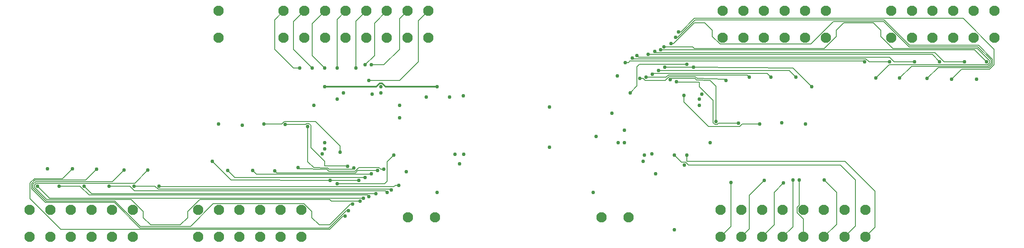
<source format=gbr>
G04 EAGLE Gerber RS-274X export*
G75*
%MOMM*%
%FSLAX34Y34*%
%LPD*%
%INPCBWay Copper Layer 2*%
%IPPOS*%
%AMOC8*
5,1,8,0,0,1.08239X$1,22.5*%
G01*
%ADD10C,2.100000*%
%ADD11C,0.756400*%
%ADD12C,0.152400*%
%ADD13C,0.304800*%


D10*
X897450Y63500D03*
X842450Y63500D03*
X282800Y23300D03*
X240800Y23300D03*
X198800Y23300D03*
X156800Y23300D03*
X114800Y23300D03*
X72800Y23300D03*
X72800Y78300D03*
X198800Y78300D03*
X156800Y78300D03*
X114800Y78300D03*
X240800Y78300D03*
X282800Y78300D03*
X625700Y23300D03*
X583700Y23300D03*
X541700Y23300D03*
X499700Y23300D03*
X457700Y23300D03*
X415700Y23300D03*
X415700Y78300D03*
X541700Y78300D03*
X499700Y78300D03*
X457700Y78300D03*
X583700Y78300D03*
X625700Y78300D03*
X589600Y484700D03*
X631600Y484700D03*
X673600Y484700D03*
X715600Y484700D03*
X757600Y484700D03*
X799600Y484700D03*
X841600Y484700D03*
X883600Y484700D03*
X715600Y429700D03*
X757600Y429700D03*
X799600Y429700D03*
X841600Y429700D03*
X883600Y429700D03*
X589600Y429700D03*
X631600Y429700D03*
X673600Y429700D03*
X1236150Y63500D03*
X1291150Y63500D03*
X457200Y429700D03*
X457200Y484700D03*
X1825400Y484700D03*
X1867400Y484700D03*
X1909400Y484700D03*
X1951400Y484700D03*
X1993400Y484700D03*
X2035400Y484700D03*
X2035400Y429700D03*
X1909400Y429700D03*
X1951400Y429700D03*
X1993400Y429700D03*
X1867400Y429700D03*
X1825400Y429700D03*
X1482500Y484700D03*
X1524500Y484700D03*
X1566500Y484700D03*
X1608500Y484700D03*
X1650500Y484700D03*
X1692500Y484700D03*
X1692500Y429700D03*
X1566500Y429700D03*
X1608500Y429700D03*
X1650500Y429700D03*
X1524500Y429700D03*
X1482500Y429700D03*
X1772600Y23300D03*
X1730600Y23300D03*
X1688600Y23300D03*
X1646600Y23300D03*
X1604600Y23300D03*
X1562600Y23300D03*
X1520600Y23300D03*
X1478600Y23300D03*
X1646600Y78300D03*
X1604600Y78300D03*
X1562600Y78300D03*
X1520600Y78300D03*
X1478600Y78300D03*
X1772600Y78300D03*
X1730600Y78300D03*
X1688600Y78300D03*
D11*
X285750Y127000D03*
X808990Y119380D03*
D12*
X327969Y127000D02*
X285750Y127000D01*
X327969Y127000D02*
X334037Y120932D01*
X807438Y120932D02*
X808990Y119380D01*
X807438Y120932D02*
X334037Y120932D01*
D11*
X619125Y165100D03*
D12*
X621722Y162503D02*
X677333Y161290D01*
X621722Y162503D02*
X619125Y165100D01*
D11*
X793750Y161290D03*
D12*
X787092Y161290D01*
X783564Y164818D01*
X742167Y164818D01*
X734575Y157226D01*
X681397Y157226D02*
X677333Y161290D01*
X681397Y157226D02*
X734575Y157226D01*
D11*
X234950Y127000D03*
X800024Y114224D03*
D12*
X796364Y117884D01*
X277169Y127000D02*
X234950Y127000D01*
X277169Y127000D02*
X286285Y117884D01*
X796364Y117884D01*
D11*
X571500Y158468D03*
X781050Y158750D03*
D12*
X740410Y158750D01*
X575790Y154178D02*
X571500Y158468D01*
X735838Y154178D02*
X740410Y158750D01*
X735838Y154178D02*
X575790Y154178D01*
D11*
X527050Y158750D03*
D12*
X534670Y151130D01*
D11*
X768350Y152400D03*
D12*
X767080Y151130D01*
X534670Y151130D01*
D11*
X184150Y127000D03*
D12*
X199334Y111816D01*
X777240Y111816D01*
D11*
X777240Y111816D03*
X133350Y127000D03*
X763270Y105748D03*
D12*
X760250Y108768D01*
X175569Y127000D02*
X133350Y127000D01*
X175569Y127000D02*
X193801Y108768D01*
X760250Y108768D01*
D11*
X476250Y158750D03*
D12*
X490220Y144780D02*
X755650Y144780D01*
D11*
X755650Y144780D03*
D12*
X490220Y144780D02*
X476250Y158750D01*
D11*
X88900Y127000D03*
D12*
X113200Y102700D01*
X751840Y102700D01*
D11*
X751840Y102700D03*
X444500Y177800D03*
D12*
X482600Y139700D01*
X684530Y138430D01*
D11*
X742950Y138430D03*
D12*
X684530Y138430D01*
D11*
X684530Y138430D03*
X313690Y160020D03*
X745056Y96632D03*
D12*
X86387Y133068D02*
X82832Y129514D01*
X82832Y124487D01*
X303878Y62963D02*
X319063Y47778D01*
X379437Y47778D02*
X394622Y62963D01*
X683437Y99622D02*
X686427Y96632D01*
X745056Y96632D01*
X394622Y75304D02*
X394622Y62963D01*
X379437Y47778D02*
X319063Y47778D01*
X303878Y75304D02*
X279530Y99652D01*
X303878Y75304D02*
X303878Y62963D01*
X107667Y99652D02*
X82832Y124487D01*
X107667Y99652D02*
X279530Y99652D01*
X394622Y75304D02*
X418940Y99622D01*
X683437Y99622D01*
X313690Y160020D02*
X286738Y133068D01*
X86387Y133068D01*
D11*
X638810Y248920D03*
D12*
X638810Y177038D01*
D11*
X732508Y163830D03*
D12*
X677367Y164338D02*
X650933Y164915D01*
X729968Y161290D02*
X732508Y163830D01*
X729968Y161290D02*
X681682Y161290D01*
X678634Y164338D01*
X677367Y164338D01*
X650933Y164915D02*
X638810Y177038D01*
D11*
X265430Y160020D03*
X730250Y90170D03*
D12*
X661963Y47778D02*
X646778Y62963D01*
X661963Y47778D02*
X683437Y47778D01*
X85124Y136116D02*
X79784Y130776D01*
X79784Y123224D01*
X106404Y96604D01*
X646778Y75304D02*
X646778Y62963D01*
X246414Y96604D02*
X106404Y96604D01*
X446568Y91086D02*
X630996Y91086D01*
X646778Y75304D01*
X725829Y90170D02*
X730250Y90170D01*
X725829Y90170D02*
X683437Y47778D01*
X298288Y44730D02*
X246414Y96604D01*
X298288Y44730D02*
X400212Y44730D01*
X446568Y91086D01*
X265430Y160020D02*
X241526Y136116D01*
X85124Y136116D01*
D11*
X593090Y252730D03*
D12*
X636297Y254988D02*
X641324Y254988D01*
X644878Y251434D01*
X634039Y252730D02*
X593090Y252730D01*
X634039Y252730D02*
X636297Y254988D01*
X644878Y206022D02*
X673100Y177800D01*
X644878Y206022D02*
X644878Y251434D01*
X673100Y177800D02*
X673100Y168656D01*
X718795Y168656D01*
X719585Y167866D01*
D11*
X719585Y167866D03*
X209550Y161290D03*
X721535Y77295D03*
D12*
X297025Y41682D02*
X245151Y93556D01*
X83861Y139164D02*
X76736Y132039D01*
X76736Y121961D01*
X105141Y93556D01*
X245151Y93556D01*
X717264Y77295D02*
X721535Y77295D01*
X209550Y161290D02*
X187424Y139164D01*
X83861Y139164D01*
X297025Y41682D02*
X681652Y41682D01*
X717264Y77295D01*
D11*
X549910Y254000D03*
D12*
X585779Y254000D01*
X590577Y258798D01*
X654332Y258798D01*
X704215Y208915D02*
X704215Y195994D01*
D11*
X704215Y195994D03*
D12*
X704215Y208915D02*
X654332Y258798D01*
D11*
X160020Y162560D03*
X715010Y66040D03*
D12*
X82599Y142212D02*
X73688Y133301D01*
X682914Y38634D02*
X710320Y66040D01*
X715010Y66040D01*
X73688Y101330D02*
X73688Y133301D01*
X139672Y142212D02*
X160020Y162560D01*
X139672Y142212D02*
X82599Y142212D01*
X73688Y101330D02*
X136384Y38634D01*
X682914Y38634D01*
D11*
X505460Y251460D03*
X673100Y203200D03*
X109220Y162560D03*
X668020Y193040D03*
X457200Y254000D03*
X673100Y215900D03*
X336550Y127000D03*
D12*
X337820Y125730D01*
X814070Y125730D01*
X816780Y128440D02*
X824060Y128440D01*
X816780Y128440D02*
X814070Y125730D01*
D11*
X824060Y128440D03*
X698500Y132080D03*
X813656Y190445D03*
D12*
X799818Y176607D01*
X799818Y137187D01*
X794712Y132080D02*
X698500Y132080D01*
X794712Y132080D02*
X799818Y137187D01*
D11*
X787400Y317500D03*
X825500Y266700D03*
X839470Y156210D03*
X901700Y114300D03*
X650875Y292100D03*
X955040Y311150D03*
X927100Y308610D03*
X880110Y308610D03*
X938530Y191770D03*
X956310Y191770D03*
X622300Y368300D03*
D12*
X571500Y466600D02*
X589600Y484700D01*
X571500Y466600D02*
X571500Y406400D01*
X609600Y368300D01*
X622300Y368300D01*
D11*
X647700Y368300D03*
D12*
X609600Y462700D02*
X631600Y484700D01*
X609600Y462700D02*
X609600Y406400D01*
X647700Y368300D01*
D11*
X673100Y368300D03*
D12*
X647700Y458800D02*
X673600Y484700D01*
X647700Y393700D02*
X673100Y368300D01*
X647700Y393700D02*
X647700Y458800D01*
D11*
X698500Y368300D03*
D12*
X698500Y467600D02*
X715600Y484700D01*
X698500Y467600D02*
X698500Y368300D01*
D11*
X736600Y368300D03*
D12*
X736600Y463700D02*
X757600Y484700D01*
X736600Y463700D02*
X736600Y368300D01*
D11*
X755650Y374650D03*
D12*
X774700Y459800D02*
X799600Y484700D01*
X774700Y393700D02*
X755650Y374650D01*
X774700Y393700D02*
X774700Y459800D01*
D11*
X768350Y374650D03*
D12*
X825500Y468600D02*
X841600Y484700D01*
X825500Y468600D02*
X825500Y406400D01*
X793750Y374650D01*
X768350Y374650D01*
D11*
X762868Y342900D03*
D12*
X863600Y464700D02*
X883600Y484700D01*
X863600Y464700D02*
X863600Y381000D01*
X825500Y342900D01*
X762868Y342900D01*
D11*
X787400Y330200D03*
X673100Y330200D03*
X901700Y330200D03*
D13*
X790229Y337030D02*
X784571Y337030D01*
X777741Y330200D02*
X673100Y330200D01*
X797059Y330200D02*
X901700Y330200D01*
X784571Y337030D02*
X777741Y330200D01*
X790229Y337030D02*
X797059Y330200D01*
D11*
X769620Y314960D03*
X825500Y292100D03*
X1219200Y114300D03*
X1130300Y206375D03*
X1130300Y288925D03*
X1225550Y228344D03*
X1270000Y215900D03*
X1323340Y190500D03*
X1282700Y241300D03*
X1268730Y351790D03*
X1457325Y215900D03*
X1257300Y275590D03*
X1384300Y38100D03*
X698500Y304800D03*
X711200Y317500D03*
X947420Y172720D03*
X1822450Y381000D03*
X1299210Y388620D03*
D12*
X1780232Y381000D02*
X1822450Y381000D01*
X1780232Y381000D02*
X1774164Y387068D01*
X1300762Y387068D02*
X1299210Y388620D01*
X1300762Y387068D02*
X1774164Y387068D01*
D11*
X1489075Y342900D03*
D12*
X1486478Y345497D02*
X1430867Y346710D01*
X1486478Y345497D02*
X1489075Y342900D01*
D11*
X1314450Y346710D03*
D12*
X1321109Y346710D01*
X1324637Y343182D01*
X1366033Y343182D01*
X1373625Y350774D01*
X1426803Y350774D02*
X1430867Y346710D01*
X1426803Y350774D02*
X1373625Y350774D01*
D11*
X1873250Y381000D03*
X1308176Y393776D03*
D12*
X1311836Y390116D01*
X1831032Y381000D02*
X1873250Y381000D01*
X1831032Y381000D02*
X1821916Y390116D01*
X1311836Y390116D01*
D11*
X1536700Y349532D03*
X1327150Y349250D03*
D12*
X1367790Y349250D01*
X1532410Y353822D02*
X1536700Y349532D01*
X1372362Y353822D02*
X1367790Y349250D01*
X1372362Y353822D02*
X1532410Y353822D01*
D11*
X1581150Y349250D03*
D12*
X1573530Y356870D01*
D11*
X1339850Y355600D03*
D12*
X1341120Y356870D01*
X1573530Y356870D01*
D11*
X1924050Y381000D03*
D12*
X1908866Y396184D01*
X1330960Y396184D01*
D11*
X1330960Y396184D03*
X1974850Y381000D03*
X1344930Y402252D03*
D12*
X1347950Y399232D01*
X1932632Y381000D02*
X1974850Y381000D01*
X1932632Y381000D02*
X1914400Y399232D01*
X1347950Y399232D01*
D11*
X1631950Y349250D03*
D12*
X1617980Y363220D02*
X1352550Y363220D01*
D11*
X1352550Y363220D03*
D12*
X1617980Y363220D02*
X1631950Y349250D01*
D11*
X2019300Y381000D03*
D12*
X1995000Y405300D01*
X1356360Y405300D01*
D11*
X1356360Y405300D03*
X1663700Y330200D03*
D12*
X1625600Y368300D01*
X1423670Y369570D01*
D11*
X1365250Y369570D03*
D12*
X1423670Y369570D01*
D11*
X1423670Y369570D03*
X1794510Y347980D03*
X1363144Y411368D03*
D12*
X2021814Y374932D02*
X2025368Y378487D01*
X2025368Y383514D01*
X1804322Y445037D02*
X1789137Y460222D01*
X1728763Y460222D02*
X1713578Y445037D01*
X1424763Y408378D02*
X1421773Y411368D01*
X1363144Y411368D01*
X1713578Y432696D02*
X1713578Y445037D01*
X1728763Y460222D02*
X1789137Y460222D01*
X1804322Y432696D02*
X1828670Y408348D01*
X1804322Y432696D02*
X1804322Y445037D01*
X2000534Y408348D02*
X2025368Y383514D01*
X2000534Y408348D02*
X1828670Y408348D01*
X1713578Y432696D02*
X1689260Y408378D01*
X1424763Y408378D01*
X1794510Y347980D02*
X1821462Y374932D01*
X2021814Y374932D01*
D11*
X1469390Y259080D03*
D12*
X1469390Y330962D01*
D11*
X1375692Y344170D03*
D12*
X1430833Y343662D02*
X1457267Y343085D01*
X1378232Y346710D02*
X1375692Y344170D01*
X1378232Y346710D02*
X1426518Y346710D01*
X1429566Y343662D01*
X1430833Y343662D01*
X1457267Y343085D02*
X1469390Y330962D01*
D11*
X1842770Y347980D03*
X1377950Y417830D03*
D12*
X1446237Y460222D02*
X1461422Y445037D01*
X1446237Y460222D02*
X1424763Y460222D01*
X2023076Y371884D02*
X2028416Y377224D01*
X2028416Y384776D01*
X2001796Y411396D01*
X1461422Y432696D02*
X1461422Y445037D01*
X1861786Y411396D02*
X2001796Y411396D01*
X1661632Y416914D02*
X1477204Y416914D01*
X1461422Y432696D01*
X1382371Y417830D02*
X1377950Y417830D01*
X1382371Y417830D02*
X1424763Y460222D01*
X1809912Y463270D02*
X1861786Y411396D01*
X1809912Y463270D02*
X1707988Y463270D01*
X1661632Y416914D01*
X1842770Y347980D02*
X1866674Y371884D01*
X2023076Y371884D01*
D11*
X1515110Y255270D03*
D12*
X1471904Y253012D02*
X1466877Y253012D01*
X1463322Y256567D01*
X1474162Y255270D02*
X1515110Y255270D01*
X1474162Y255270D02*
X1471904Y253012D01*
X1463322Y301978D02*
X1435100Y330200D01*
X1463322Y301978D02*
X1463322Y256567D01*
X1435100Y330200D02*
X1435100Y339344D01*
X1389405Y339344D01*
X1388615Y340134D01*
D11*
X1388615Y340134D03*
X1898650Y346710D03*
X1386665Y430705D03*
D12*
X1811175Y466318D02*
X1863049Y414444D01*
X2024339Y368836D02*
X2031464Y375961D01*
X2031464Y386039D01*
X2003059Y414444D01*
X1863049Y414444D01*
X1390936Y430705D02*
X1386665Y430705D01*
X1898650Y346710D02*
X1920776Y368836D01*
X2024339Y368836D01*
X1811175Y466318D02*
X1426548Y466318D01*
X1390936Y430705D01*
D11*
X1558290Y254000D03*
D12*
X1522422Y254000D01*
X1517624Y249202D01*
X1453868Y249202D01*
X1403985Y299085D02*
X1403985Y312006D01*
D11*
X1403985Y312006D03*
D12*
X1403985Y299085D02*
X1453868Y249202D01*
D11*
X1948180Y345440D03*
X1393190Y441960D03*
D12*
X2025601Y365788D02*
X2034512Y374699D01*
X1425286Y469366D02*
X1397880Y441960D01*
X1393190Y441960D01*
X2034512Y406670D02*
X2034512Y374699D01*
X1968528Y365788D02*
X1948180Y345440D01*
X1968528Y365788D02*
X2025601Y365788D01*
X2034512Y406670D02*
X1971816Y469366D01*
X1425286Y469366D01*
D11*
X1602740Y256540D03*
X1435100Y304800D03*
X1998980Y345440D03*
X1440180Y314960D03*
X1651000Y254000D03*
X1435100Y292100D03*
X1771650Y381000D03*
D12*
X1770380Y382270D01*
X1294130Y382270D01*
X1291420Y379560D02*
X1284140Y379560D01*
X1291420Y379560D02*
X1294130Y382270D01*
D11*
X1284140Y379560D03*
X1409700Y375920D03*
X1294544Y317555D03*
D12*
X1308382Y331393D01*
X1308382Y370814D01*
X1313489Y375920D02*
X1409700Y375920D01*
X1313489Y375920D02*
X1308382Y370814D01*
X1792478Y116833D02*
X1792478Y43178D01*
X1772600Y23300D01*
X1792478Y116833D02*
X1731511Y177800D01*
X1409892Y177800D01*
X1409700Y177992D02*
X1409700Y190500D01*
D11*
X1409700Y190500D03*
D12*
X1409700Y177992D02*
X1409892Y177800D01*
X1730600Y23300D02*
X1752600Y45300D01*
X1752600Y139700D01*
X1722120Y170180D01*
D11*
X1384300Y190500D03*
D12*
X1398552Y176248D01*
X1407134Y176248D02*
X1413202Y170180D01*
X1407134Y176248D02*
X1398552Y176248D01*
X1413202Y170180D02*
X1722120Y170180D01*
D11*
X1689100Y139700D03*
D12*
X1714500Y49200D02*
X1688600Y23300D01*
X1714500Y114300D02*
X1689100Y139700D01*
X1714500Y114300D02*
X1714500Y49200D01*
D11*
X1638300Y139700D03*
D12*
X1633814Y83596D02*
X1633814Y73004D01*
X1646600Y60218D02*
X1646600Y23300D01*
X1646600Y60218D02*
X1633814Y73004D01*
X1633814Y83596D02*
X1638300Y88082D01*
X1638300Y139700D01*
D11*
X1625600Y139700D03*
D12*
X1625600Y44300D02*
X1604600Y23300D01*
X1625600Y44300D02*
X1625600Y139700D01*
D11*
X1606550Y133350D03*
D12*
X1587500Y48200D02*
X1562600Y23300D01*
X1587500Y114300D02*
X1606550Y133350D01*
X1587500Y114300D02*
X1587500Y48200D01*
D11*
X1567180Y138430D03*
D12*
X1536700Y39400D02*
X1520600Y23300D01*
X1536700Y39400D02*
X1536700Y107950D01*
X1567180Y138430D01*
X1499870Y44570D02*
X1478600Y23300D01*
X1499870Y44570D02*
X1499870Y134620D01*
D11*
X1499870Y134620D03*
X1320800Y177800D03*
X1404620Y170180D03*
X1346200Y152400D03*
X1338580Y193040D03*
X1282700Y215900D03*
M02*

</source>
